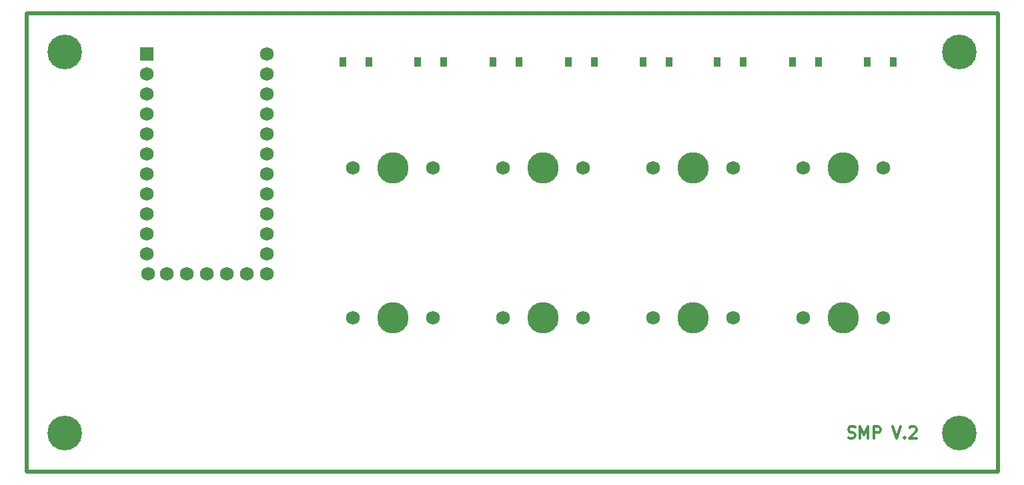
<source format=gts>
G04 #@! TF.GenerationSoftware,KiCad,Pcbnew,(5.1.10-1-10_14)*
G04 #@! TF.CreationDate,2021-08-19T12:02:39+08:00*
G04 #@! TF.ProjectId,SMP v.2,534d5020-762e-4322-9e6b-696361645f70,rev?*
G04 #@! TF.SameCoordinates,Original*
G04 #@! TF.FileFunction,Soldermask,Top*
G04 #@! TF.FilePolarity,Negative*
%FSLAX46Y46*%
G04 Gerber Fmt 4.6, Leading zero omitted, Abs format (unit mm)*
G04 Created by KiCad (PCBNEW (5.1.10-1-10_14)) date 2021-08-19 12:02:39*
%MOMM*%
%LPD*%
G01*
G04 APERTURE LIST*
%ADD10C,0.300000*%
%ADD11C,0.500000*%
%ADD12R,0.900000X1.200000*%
%ADD13R,1.752600X1.752600*%
%ADD14C,1.752600*%
%ADD15C,1.750000*%
%ADD16C,3.987800*%
%ADD17C,4.400000*%
G04 APERTURE END LIST*
D10*
X136826371Y-79385242D02*
X137040657Y-79456671D01*
X137397800Y-79456671D01*
X137540657Y-79385242D01*
X137612085Y-79313814D01*
X137683514Y-79170957D01*
X137683514Y-79028100D01*
X137612085Y-78885242D01*
X137540657Y-78813814D01*
X137397800Y-78742385D01*
X137112085Y-78670957D01*
X136969228Y-78599528D01*
X136897800Y-78528100D01*
X136826371Y-78385242D01*
X136826371Y-78242385D01*
X136897800Y-78099528D01*
X136969228Y-78028100D01*
X137112085Y-77956671D01*
X137469228Y-77956671D01*
X137683514Y-78028100D01*
X138326371Y-79456671D02*
X138326371Y-77956671D01*
X138826371Y-79028100D01*
X139326371Y-77956671D01*
X139326371Y-79456671D01*
X140040657Y-79456671D02*
X140040657Y-77956671D01*
X140612085Y-77956671D01*
X140754942Y-78028100D01*
X140826371Y-78099528D01*
X140897800Y-78242385D01*
X140897800Y-78456671D01*
X140826371Y-78599528D01*
X140754942Y-78670957D01*
X140612085Y-78742385D01*
X140040657Y-78742385D01*
X142469228Y-77956671D02*
X142969228Y-79456671D01*
X143469228Y-77956671D01*
X143969228Y-79313814D02*
X144040657Y-79385242D01*
X143969228Y-79456671D01*
X143897800Y-79385242D01*
X143969228Y-79313814D01*
X143969228Y-79456671D01*
X144612085Y-78099528D02*
X144683514Y-78028100D01*
X144826371Y-77956671D01*
X145183514Y-77956671D01*
X145326371Y-78028100D01*
X145397800Y-78099528D01*
X145469228Y-78242385D01*
X145469228Y-78385242D01*
X145397800Y-78599528D01*
X144540657Y-79456671D01*
X145469228Y-79456671D01*
D11*
X155778200Y-83677760D02*
X155778200Y-25488900D01*
X32501840Y-25488900D02*
X155778200Y-25488900D01*
X32501840Y-83677760D02*
X155778200Y-83677760D01*
X32501840Y-83677760D02*
X32501840Y-25488900D01*
D12*
X72685900Y-31592550D03*
X75985900Y-31592550D03*
X91735900Y-31592550D03*
X95035900Y-31592550D03*
X110785900Y-31592550D03*
X114085900Y-31592550D03*
X129710900Y-31592550D03*
X133010900Y-31592550D03*
X82148400Y-31592550D03*
X85448400Y-31592550D03*
X101260900Y-31592550D03*
X104560900Y-31592550D03*
X120185900Y-31592550D03*
X123485900Y-31592550D03*
X139235900Y-31592550D03*
X142535900Y-31592550D03*
D13*
X47752000Y-30581600D03*
D14*
X47752000Y-33121600D03*
X47752000Y-35661600D03*
X47752000Y-38201600D03*
X47752000Y-40741600D03*
X47752000Y-43281600D03*
X47752000Y-45821600D03*
X47752000Y-48361600D03*
X47752000Y-50901600D03*
X47752000Y-53441600D03*
X47752000Y-55981600D03*
X62992000Y-58521600D03*
X62992000Y-55981600D03*
X62992000Y-53441600D03*
X62992000Y-50901600D03*
X62992000Y-48361600D03*
X62992000Y-45821600D03*
X62992000Y-43281600D03*
X62992000Y-40741600D03*
X62992000Y-38201600D03*
X62992000Y-35661600D03*
X62992000Y-33121600D03*
X47980600Y-58521600D03*
X62992000Y-30581600D03*
X60452000Y-58521600D03*
X57912000Y-58521600D03*
X55372000Y-58521600D03*
X52832000Y-58521600D03*
X50292000Y-58521600D03*
D15*
X141265900Y-64136300D03*
X131105900Y-64136300D03*
D16*
X136185900Y-64136300D03*
D15*
X122215900Y-64136300D03*
X112055900Y-64136300D03*
D16*
X117135900Y-64136300D03*
D15*
X103165900Y-64136300D03*
X93005900Y-64136300D03*
D16*
X98085900Y-64136300D03*
D15*
X84115900Y-64136300D03*
X73955900Y-64136300D03*
D16*
X79035900Y-64136300D03*
D15*
X141265900Y-45086300D03*
X131105900Y-45086300D03*
D16*
X136185900Y-45086300D03*
D15*
X122215900Y-45086300D03*
X112055900Y-45086300D03*
D16*
X117135900Y-45086300D03*
D15*
X103165900Y-45086300D03*
X93005900Y-45086300D03*
D16*
X98085900Y-45086300D03*
D15*
X84115900Y-45086300D03*
X73955900Y-45086300D03*
D16*
X79035900Y-45086300D03*
D17*
X150901400Y-30378400D03*
X37388800Y-30378400D03*
X150901400Y-78790800D03*
X37388800Y-78790800D03*
M02*

</source>
